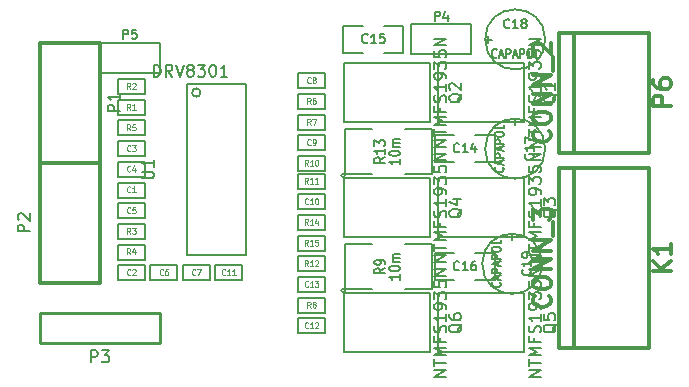
<source format=gto>
G04 (created by PCBNEW (2013-07-07 BZR 4022)-stable) date 15/08/2017 00:06:55*
%MOIN*%
G04 Gerber Fmt 3.4, Leading zero omitted, Abs format*
%FSLAX34Y34*%
G01*
G70*
G90*
G04 APERTURE LIST*
%ADD10C,0.00590551*%
%ADD11C,0.005*%
%ADD12C,0.012*%
%ADD13C,0.01*%
%ADD14C,0.006*%
%ADD15C,0.008*%
%ADD16C,0.0075*%
%ADD17C,0.0045*%
G04 APERTURE END LIST*
G54D10*
X30355Y-11417D02*
G75*
G03X30355Y-11417I-139J0D01*
G74*
G01*
X31889Y-16830D02*
X31889Y-11122D01*
X31889Y-11122D02*
X29921Y-11122D01*
X29921Y-11122D02*
X29921Y-16830D01*
X29921Y-16830D02*
X31889Y-16830D01*
X35236Y-16240D02*
X35137Y-16240D01*
X35137Y-16240D02*
X35137Y-14271D01*
X35137Y-14271D02*
X35236Y-14271D01*
X35236Y-14271D02*
X37992Y-14271D01*
X37992Y-14271D02*
X37992Y-16240D01*
X37992Y-16240D02*
X35236Y-16240D01*
X38385Y-16240D02*
X38287Y-16240D01*
X38287Y-16240D02*
X38287Y-14271D01*
X38287Y-14271D02*
X38385Y-14271D01*
X38385Y-14271D02*
X41141Y-14271D01*
X41141Y-14271D02*
X41141Y-16240D01*
X41141Y-16240D02*
X38385Y-16240D01*
X38385Y-20078D02*
X38287Y-20078D01*
X38287Y-20078D02*
X38287Y-18110D01*
X38287Y-18110D02*
X38385Y-18110D01*
X38385Y-18110D02*
X41141Y-18110D01*
X41141Y-18110D02*
X41141Y-20078D01*
X41141Y-20078D02*
X38385Y-20078D01*
X35236Y-20078D02*
X35137Y-20078D01*
X35137Y-20078D02*
X35137Y-18110D01*
X35137Y-18110D02*
X35236Y-18110D01*
X35236Y-18110D02*
X37992Y-18110D01*
X37992Y-18110D02*
X37992Y-20078D01*
X37992Y-20078D02*
X35236Y-20078D01*
X35236Y-12401D02*
X35137Y-12401D01*
X35137Y-12401D02*
X35137Y-10433D01*
X35137Y-10433D02*
X35236Y-10433D01*
X35236Y-10433D02*
X37992Y-10433D01*
X37992Y-10433D02*
X37992Y-12401D01*
X37992Y-12401D02*
X35236Y-12401D01*
X38385Y-12401D02*
X38287Y-12401D01*
X38287Y-12401D02*
X38287Y-10433D01*
X38287Y-10433D02*
X38385Y-10433D01*
X38385Y-10433D02*
X41141Y-10433D01*
X41141Y-10433D02*
X41141Y-12401D01*
X41141Y-12401D02*
X38385Y-12401D01*
G54D11*
X35184Y-14185D02*
G75*
G03X35184Y-14185I-70J0D01*
G74*
G01*
X37164Y-14135D02*
X38064Y-14135D01*
X38064Y-14135D02*
X38064Y-12635D01*
X38064Y-12635D02*
X37164Y-12635D01*
X36064Y-12635D02*
X35164Y-12635D01*
X35164Y-12635D02*
X35164Y-14135D01*
X35164Y-14135D02*
X36064Y-14135D01*
X35184Y-18024D02*
G75*
G03X35184Y-18024I-70J0D01*
G74*
G01*
X37164Y-17974D02*
X38064Y-17974D01*
X38064Y-17974D02*
X38064Y-16474D01*
X38064Y-16474D02*
X37164Y-16474D01*
X36064Y-16474D02*
X35164Y-16474D01*
X35164Y-16474D02*
X35164Y-17974D01*
X35164Y-17974D02*
X36064Y-17974D01*
X40173Y-17674D02*
X40173Y-16774D01*
X40173Y-16774D02*
X39523Y-16774D01*
X38823Y-17674D02*
X38173Y-17674D01*
X38173Y-17674D02*
X38173Y-16774D01*
X38173Y-16774D02*
X38823Y-16774D01*
X39523Y-17674D02*
X40173Y-17674D01*
X37122Y-10095D02*
X37122Y-9195D01*
X37122Y-9195D02*
X36472Y-9195D01*
X35772Y-10095D02*
X35122Y-10095D01*
X35122Y-10095D02*
X35122Y-9195D01*
X35122Y-9195D02*
X35772Y-9195D01*
X36472Y-10095D02*
X37122Y-10095D01*
X40173Y-13737D02*
X40173Y-12837D01*
X40173Y-12837D02*
X39523Y-12837D01*
X38823Y-13737D02*
X38173Y-13737D01*
X38173Y-13737D02*
X38173Y-12837D01*
X38173Y-12837D02*
X38823Y-12837D01*
X39523Y-13737D02*
X40173Y-13737D01*
G54D12*
X27000Y-9750D02*
X27000Y-13750D01*
X27000Y-13750D02*
X25000Y-13750D01*
X25000Y-13750D02*
X25000Y-9750D01*
X25000Y-9750D02*
X27000Y-9750D01*
X25000Y-17750D02*
X25000Y-13750D01*
X25000Y-13750D02*
X27000Y-13750D01*
X27000Y-13750D02*
X27000Y-17750D01*
X27000Y-17750D02*
X25000Y-17750D01*
G54D13*
X25000Y-18750D02*
X29000Y-18750D01*
X25000Y-19750D02*
X29000Y-19750D01*
X29000Y-19750D02*
X29000Y-18750D01*
X25000Y-18750D02*
X25000Y-19750D01*
G54D14*
X27000Y-10750D02*
X27000Y-9750D01*
X27000Y-9750D02*
X29000Y-9750D01*
X29000Y-9750D02*
X29000Y-10750D01*
X29000Y-10750D02*
X27000Y-10750D01*
X37385Y-10145D02*
X37385Y-9145D01*
X37385Y-9145D02*
X39385Y-9145D01*
X39385Y-9145D02*
X39385Y-10145D01*
X39385Y-10145D02*
X37385Y-10145D01*
G54D11*
X41847Y-13287D02*
G75*
G03X41847Y-13287I-1001J0D01*
G74*
G01*
X41847Y-9645D02*
G75*
G03X41847Y-9645I-1001J0D01*
G74*
G01*
X41749Y-17125D02*
G75*
G03X41749Y-17125I-1001J0D01*
G74*
G01*
G54D12*
X42299Y-13929D02*
X45299Y-13929D01*
X42299Y-19929D02*
X45299Y-19929D01*
X42799Y-13929D02*
X42799Y-19929D01*
X45299Y-13929D02*
X45299Y-19929D01*
X42299Y-13929D02*
X42299Y-19929D01*
X42799Y-13417D02*
X42799Y-9417D01*
X42299Y-13417D02*
X45299Y-13417D01*
X45299Y-13417D02*
X45299Y-9417D01*
X45299Y-9417D02*
X42299Y-9417D01*
X42299Y-9417D02*
X42299Y-13417D01*
G54D11*
X27601Y-17171D02*
X28501Y-17171D01*
X28501Y-17171D02*
X28501Y-17671D01*
X28501Y-17671D02*
X27601Y-17671D01*
X27601Y-17671D02*
X27601Y-17171D01*
X27601Y-13037D02*
X28501Y-13037D01*
X28501Y-13037D02*
X28501Y-13537D01*
X28501Y-13537D02*
X27601Y-13537D01*
X27601Y-13537D02*
X27601Y-13037D01*
X28501Y-14226D02*
X27601Y-14226D01*
X27601Y-14226D02*
X27601Y-13726D01*
X27601Y-13726D02*
X28501Y-13726D01*
X28501Y-13726D02*
X28501Y-14226D01*
X33605Y-14809D02*
X34505Y-14809D01*
X34505Y-14809D02*
X34505Y-15309D01*
X34505Y-15309D02*
X33605Y-15309D01*
X33605Y-15309D02*
X33605Y-14809D01*
X33605Y-12840D02*
X34505Y-12840D01*
X34505Y-12840D02*
X34505Y-13340D01*
X34505Y-13340D02*
X33605Y-13340D01*
X33605Y-13340D02*
X33605Y-12840D01*
X34505Y-18064D02*
X33605Y-18064D01*
X33605Y-18064D02*
X33605Y-17564D01*
X33605Y-17564D02*
X34505Y-17564D01*
X34505Y-17564D02*
X34505Y-18064D01*
X33605Y-18942D02*
X34505Y-18942D01*
X34505Y-18942D02*
X34505Y-19442D01*
X34505Y-19442D02*
X33605Y-19442D01*
X33605Y-19442D02*
X33605Y-18942D01*
X27601Y-15104D02*
X28501Y-15104D01*
X28501Y-15104D02*
X28501Y-15604D01*
X28501Y-15604D02*
X27601Y-15604D01*
X27601Y-15604D02*
X27601Y-15104D01*
X33605Y-10773D02*
X34505Y-10773D01*
X34505Y-10773D02*
X34505Y-11273D01*
X34505Y-11273D02*
X33605Y-11273D01*
X33605Y-11273D02*
X33605Y-10773D01*
X28501Y-14915D02*
X27601Y-14915D01*
X27601Y-14915D02*
X27601Y-14415D01*
X27601Y-14415D02*
X28501Y-14415D01*
X28501Y-14415D02*
X28501Y-14915D01*
X31749Y-17671D02*
X30849Y-17671D01*
X30849Y-17671D02*
X30849Y-17171D01*
X30849Y-17171D02*
X31749Y-17171D01*
X31749Y-17171D02*
X31749Y-17671D01*
X29766Y-17171D02*
X30666Y-17171D01*
X30666Y-17171D02*
X30666Y-17671D01*
X30666Y-17671D02*
X29766Y-17671D01*
X29766Y-17671D02*
X29766Y-17171D01*
X28683Y-17171D02*
X29583Y-17171D01*
X29583Y-17171D02*
X29583Y-17671D01*
X29583Y-17671D02*
X28683Y-17671D01*
X28683Y-17671D02*
X28683Y-17171D01*
X27601Y-10970D02*
X28501Y-10970D01*
X28501Y-10970D02*
X28501Y-11470D01*
X28501Y-11470D02*
X27601Y-11470D01*
X27601Y-11470D02*
X27601Y-10970D01*
X33605Y-14120D02*
X34505Y-14120D01*
X34505Y-14120D02*
X34505Y-14620D01*
X34505Y-14620D02*
X33605Y-14620D01*
X33605Y-14620D02*
X33605Y-14120D01*
X33605Y-15498D02*
X34505Y-15498D01*
X34505Y-15498D02*
X34505Y-15998D01*
X34505Y-15998D02*
X33605Y-15998D01*
X33605Y-15998D02*
X33605Y-15498D01*
X33605Y-16187D02*
X34505Y-16187D01*
X34505Y-16187D02*
X34505Y-16687D01*
X34505Y-16687D02*
X33605Y-16687D01*
X33605Y-16687D02*
X33605Y-16187D01*
X33605Y-16875D02*
X34505Y-16875D01*
X34505Y-16875D02*
X34505Y-17375D01*
X34505Y-17375D02*
X33605Y-17375D01*
X33605Y-17375D02*
X33605Y-16875D01*
X33605Y-12151D02*
X34505Y-12151D01*
X34505Y-12151D02*
X34505Y-12651D01*
X34505Y-12651D02*
X33605Y-12651D01*
X33605Y-12651D02*
X33605Y-12151D01*
X33605Y-11462D02*
X34505Y-11462D01*
X34505Y-11462D02*
X34505Y-11962D01*
X34505Y-11962D02*
X33605Y-11962D01*
X33605Y-11962D02*
X33605Y-11462D01*
X33605Y-18253D02*
X34505Y-18253D01*
X34505Y-18253D02*
X34505Y-18753D01*
X34505Y-18753D02*
X33605Y-18753D01*
X33605Y-18753D02*
X33605Y-18253D01*
X28501Y-16982D02*
X27601Y-16982D01*
X27601Y-16982D02*
X27601Y-16482D01*
X27601Y-16482D02*
X28501Y-16482D01*
X28501Y-16482D02*
X28501Y-16982D01*
X27601Y-11659D02*
X28501Y-11659D01*
X28501Y-11659D02*
X28501Y-12159D01*
X28501Y-12159D02*
X27601Y-12159D01*
X27601Y-12159D02*
X27601Y-11659D01*
X33605Y-13529D02*
X34505Y-13529D01*
X34505Y-13529D02*
X34505Y-14029D01*
X34505Y-14029D02*
X33605Y-14029D01*
X33605Y-14029D02*
X33605Y-13529D01*
X27601Y-12348D02*
X28501Y-12348D01*
X28501Y-12348D02*
X28501Y-12848D01*
X28501Y-12848D02*
X27601Y-12848D01*
X27601Y-12848D02*
X27601Y-12348D01*
X27601Y-15793D02*
X28501Y-15793D01*
X28501Y-15793D02*
X28501Y-16293D01*
X28501Y-16293D02*
X27601Y-16293D01*
X27601Y-16293D02*
X27601Y-15793D01*
G54D10*
X28407Y-14276D02*
X28726Y-14276D01*
X28763Y-14257D01*
X28782Y-14238D01*
X28801Y-14201D01*
X28801Y-14126D01*
X28782Y-14088D01*
X28763Y-14070D01*
X28726Y-14051D01*
X28407Y-14051D01*
X28801Y-13657D02*
X28801Y-13882D01*
X28801Y-13770D02*
X28407Y-13770D01*
X28463Y-13807D01*
X28501Y-13845D01*
X28519Y-13882D01*
X28801Y-10887D02*
X28801Y-10494D01*
X28894Y-10494D01*
X28951Y-10512D01*
X28988Y-10550D01*
X29007Y-10587D01*
X29026Y-10662D01*
X29026Y-10718D01*
X29007Y-10793D01*
X28988Y-10831D01*
X28951Y-10868D01*
X28894Y-10887D01*
X28801Y-10887D01*
X29419Y-10887D02*
X29288Y-10700D01*
X29194Y-10887D02*
X29194Y-10494D01*
X29344Y-10494D01*
X29382Y-10512D01*
X29401Y-10531D01*
X29419Y-10568D01*
X29419Y-10625D01*
X29401Y-10662D01*
X29382Y-10681D01*
X29344Y-10700D01*
X29194Y-10700D01*
X29532Y-10494D02*
X29663Y-10887D01*
X29794Y-10494D01*
X29982Y-10662D02*
X29944Y-10643D01*
X29925Y-10625D01*
X29907Y-10587D01*
X29907Y-10568D01*
X29925Y-10531D01*
X29944Y-10512D01*
X29982Y-10494D01*
X30057Y-10494D01*
X30094Y-10512D01*
X30113Y-10531D01*
X30132Y-10568D01*
X30132Y-10587D01*
X30113Y-10625D01*
X30094Y-10643D01*
X30057Y-10662D01*
X29982Y-10662D01*
X29944Y-10681D01*
X29925Y-10700D01*
X29907Y-10737D01*
X29907Y-10812D01*
X29925Y-10850D01*
X29944Y-10868D01*
X29982Y-10887D01*
X30057Y-10887D01*
X30094Y-10868D01*
X30113Y-10850D01*
X30132Y-10812D01*
X30132Y-10737D01*
X30113Y-10700D01*
X30094Y-10681D01*
X30057Y-10662D01*
X30263Y-10494D02*
X30507Y-10494D01*
X30375Y-10643D01*
X30432Y-10643D01*
X30469Y-10662D01*
X30488Y-10681D01*
X30507Y-10718D01*
X30507Y-10812D01*
X30488Y-10850D01*
X30469Y-10868D01*
X30432Y-10887D01*
X30319Y-10887D01*
X30282Y-10868D01*
X30263Y-10850D01*
X30750Y-10494D02*
X30788Y-10494D01*
X30825Y-10512D01*
X30844Y-10531D01*
X30863Y-10568D01*
X30882Y-10643D01*
X30882Y-10737D01*
X30863Y-10812D01*
X30844Y-10850D01*
X30825Y-10868D01*
X30788Y-10887D01*
X30750Y-10887D01*
X30713Y-10868D01*
X30694Y-10850D01*
X30675Y-10812D01*
X30657Y-10737D01*
X30657Y-10643D01*
X30675Y-10568D01*
X30694Y-10531D01*
X30713Y-10512D01*
X30750Y-10494D01*
X31257Y-10887D02*
X31032Y-10887D01*
X31144Y-10887D02*
X31144Y-10494D01*
X31107Y-10550D01*
X31069Y-10587D01*
X31032Y-10606D01*
X39074Y-15293D02*
X39056Y-15330D01*
X39018Y-15368D01*
X38962Y-15424D01*
X38943Y-15462D01*
X38943Y-15499D01*
X39037Y-15480D02*
X39018Y-15518D01*
X38981Y-15555D01*
X38906Y-15574D01*
X38774Y-15574D01*
X38699Y-15555D01*
X38662Y-15518D01*
X38643Y-15480D01*
X38643Y-15405D01*
X38662Y-15368D01*
X38699Y-15330D01*
X38774Y-15312D01*
X38906Y-15312D01*
X38981Y-15330D01*
X39018Y-15368D01*
X39037Y-15405D01*
X39037Y-15480D01*
X38774Y-14974D02*
X39037Y-14974D01*
X38624Y-15068D02*
X38906Y-15162D01*
X38906Y-14918D01*
X38545Y-17055D02*
X38151Y-17055D01*
X38545Y-16830D01*
X38151Y-16830D01*
X38151Y-16699D02*
X38151Y-16474D01*
X38545Y-16586D02*
X38151Y-16586D01*
X38545Y-16343D02*
X38151Y-16343D01*
X38432Y-16212D01*
X38151Y-16080D01*
X38545Y-16080D01*
X38338Y-15762D02*
X38338Y-15893D01*
X38545Y-15893D02*
X38151Y-15893D01*
X38151Y-15705D01*
X38526Y-15574D02*
X38545Y-15518D01*
X38545Y-15424D01*
X38526Y-15387D01*
X38507Y-15368D01*
X38470Y-15349D01*
X38432Y-15349D01*
X38395Y-15368D01*
X38376Y-15387D01*
X38357Y-15424D01*
X38338Y-15499D01*
X38320Y-15537D01*
X38301Y-15555D01*
X38263Y-15574D01*
X38226Y-15574D01*
X38188Y-15555D01*
X38170Y-15537D01*
X38151Y-15499D01*
X38151Y-15405D01*
X38170Y-15349D01*
X38545Y-14974D02*
X38545Y-15199D01*
X38545Y-15087D02*
X38151Y-15087D01*
X38207Y-15124D01*
X38245Y-15162D01*
X38263Y-15199D01*
X38545Y-14787D02*
X38545Y-14712D01*
X38526Y-14674D01*
X38507Y-14655D01*
X38451Y-14618D01*
X38376Y-14599D01*
X38226Y-14599D01*
X38188Y-14618D01*
X38170Y-14637D01*
X38151Y-14674D01*
X38151Y-14749D01*
X38170Y-14787D01*
X38188Y-14805D01*
X38226Y-14824D01*
X38320Y-14824D01*
X38357Y-14805D01*
X38376Y-14787D01*
X38395Y-14749D01*
X38395Y-14674D01*
X38376Y-14637D01*
X38357Y-14618D01*
X38320Y-14599D01*
X38151Y-14468D02*
X38151Y-14224D01*
X38301Y-14356D01*
X38301Y-14299D01*
X38320Y-14262D01*
X38338Y-14243D01*
X38376Y-14224D01*
X38470Y-14224D01*
X38507Y-14243D01*
X38526Y-14262D01*
X38545Y-14299D01*
X38545Y-14412D01*
X38526Y-14449D01*
X38507Y-14468D01*
X38151Y-13868D02*
X38151Y-14056D01*
X38338Y-14074D01*
X38320Y-14056D01*
X38301Y-14018D01*
X38301Y-13924D01*
X38320Y-13887D01*
X38338Y-13868D01*
X38376Y-13849D01*
X38470Y-13849D01*
X38507Y-13868D01*
X38526Y-13887D01*
X38545Y-13924D01*
X38545Y-14018D01*
X38526Y-14056D01*
X38507Y-14074D01*
X38545Y-13681D02*
X38151Y-13681D01*
X38545Y-13456D01*
X38151Y-13456D01*
X42224Y-15293D02*
X42205Y-15330D01*
X42168Y-15368D01*
X42111Y-15424D01*
X42093Y-15462D01*
X42093Y-15499D01*
X42186Y-15480D02*
X42168Y-15518D01*
X42130Y-15555D01*
X42055Y-15574D01*
X41924Y-15574D01*
X41849Y-15555D01*
X41811Y-15518D01*
X41793Y-15480D01*
X41793Y-15405D01*
X41811Y-15368D01*
X41849Y-15330D01*
X41924Y-15312D01*
X42055Y-15312D01*
X42130Y-15330D01*
X42168Y-15368D01*
X42186Y-15405D01*
X42186Y-15480D01*
X41793Y-15180D02*
X41793Y-14937D01*
X41943Y-15068D01*
X41943Y-15012D01*
X41961Y-14974D01*
X41980Y-14955D01*
X42018Y-14937D01*
X42111Y-14937D01*
X42149Y-14955D01*
X42168Y-14974D01*
X42186Y-15012D01*
X42186Y-15124D01*
X42168Y-15162D01*
X42149Y-15180D01*
X41694Y-17055D02*
X41301Y-17055D01*
X41694Y-16830D01*
X41301Y-16830D01*
X41301Y-16699D02*
X41301Y-16474D01*
X41694Y-16586D02*
X41301Y-16586D01*
X41694Y-16343D02*
X41301Y-16343D01*
X41582Y-16212D01*
X41301Y-16080D01*
X41694Y-16080D01*
X41488Y-15762D02*
X41488Y-15893D01*
X41694Y-15893D02*
X41301Y-15893D01*
X41301Y-15705D01*
X41676Y-15574D02*
X41694Y-15518D01*
X41694Y-15424D01*
X41676Y-15387D01*
X41657Y-15368D01*
X41619Y-15349D01*
X41582Y-15349D01*
X41544Y-15368D01*
X41526Y-15387D01*
X41507Y-15424D01*
X41488Y-15499D01*
X41469Y-15537D01*
X41451Y-15555D01*
X41413Y-15574D01*
X41376Y-15574D01*
X41338Y-15555D01*
X41319Y-15537D01*
X41301Y-15499D01*
X41301Y-15405D01*
X41319Y-15349D01*
X41694Y-14974D02*
X41694Y-15199D01*
X41694Y-15087D02*
X41301Y-15087D01*
X41357Y-15124D01*
X41394Y-15162D01*
X41413Y-15199D01*
X41694Y-14787D02*
X41694Y-14712D01*
X41676Y-14674D01*
X41657Y-14655D01*
X41601Y-14618D01*
X41526Y-14599D01*
X41376Y-14599D01*
X41338Y-14618D01*
X41319Y-14637D01*
X41301Y-14674D01*
X41301Y-14749D01*
X41319Y-14787D01*
X41338Y-14805D01*
X41376Y-14824D01*
X41469Y-14824D01*
X41507Y-14805D01*
X41526Y-14787D01*
X41544Y-14749D01*
X41544Y-14674D01*
X41526Y-14637D01*
X41507Y-14618D01*
X41469Y-14599D01*
X41301Y-14468D02*
X41301Y-14224D01*
X41451Y-14356D01*
X41451Y-14299D01*
X41469Y-14262D01*
X41488Y-14243D01*
X41526Y-14224D01*
X41619Y-14224D01*
X41657Y-14243D01*
X41676Y-14262D01*
X41694Y-14299D01*
X41694Y-14412D01*
X41676Y-14449D01*
X41657Y-14468D01*
X41301Y-13868D02*
X41301Y-14056D01*
X41488Y-14074D01*
X41469Y-14056D01*
X41451Y-14018D01*
X41451Y-13924D01*
X41469Y-13887D01*
X41488Y-13868D01*
X41526Y-13849D01*
X41619Y-13849D01*
X41657Y-13868D01*
X41676Y-13887D01*
X41694Y-13924D01*
X41694Y-14018D01*
X41676Y-14056D01*
X41657Y-14074D01*
X41694Y-13681D02*
X41301Y-13681D01*
X41694Y-13456D01*
X41301Y-13456D01*
X42224Y-19131D02*
X42205Y-19169D01*
X42168Y-19206D01*
X42111Y-19263D01*
X42093Y-19300D01*
X42093Y-19338D01*
X42186Y-19319D02*
X42168Y-19356D01*
X42130Y-19394D01*
X42055Y-19413D01*
X41924Y-19413D01*
X41849Y-19394D01*
X41811Y-19356D01*
X41793Y-19319D01*
X41793Y-19244D01*
X41811Y-19206D01*
X41849Y-19169D01*
X41924Y-19150D01*
X42055Y-19150D01*
X42130Y-19169D01*
X42168Y-19206D01*
X42186Y-19244D01*
X42186Y-19319D01*
X41793Y-18794D02*
X41793Y-18982D01*
X41980Y-19000D01*
X41961Y-18982D01*
X41943Y-18944D01*
X41943Y-18850D01*
X41961Y-18813D01*
X41980Y-18794D01*
X42018Y-18775D01*
X42111Y-18775D01*
X42149Y-18794D01*
X42168Y-18813D01*
X42186Y-18850D01*
X42186Y-18944D01*
X42168Y-18982D01*
X42149Y-19000D01*
X41694Y-20894D02*
X41301Y-20894D01*
X41694Y-20669D01*
X41301Y-20669D01*
X41301Y-20538D02*
X41301Y-20313D01*
X41694Y-20425D02*
X41301Y-20425D01*
X41694Y-20181D02*
X41301Y-20181D01*
X41582Y-20050D01*
X41301Y-19919D01*
X41694Y-19919D01*
X41488Y-19600D02*
X41488Y-19731D01*
X41694Y-19731D02*
X41301Y-19731D01*
X41301Y-19544D01*
X41676Y-19413D02*
X41694Y-19356D01*
X41694Y-19263D01*
X41676Y-19225D01*
X41657Y-19206D01*
X41619Y-19188D01*
X41582Y-19188D01*
X41544Y-19206D01*
X41526Y-19225D01*
X41507Y-19263D01*
X41488Y-19338D01*
X41469Y-19375D01*
X41451Y-19394D01*
X41413Y-19413D01*
X41376Y-19413D01*
X41338Y-19394D01*
X41319Y-19375D01*
X41301Y-19338D01*
X41301Y-19244D01*
X41319Y-19188D01*
X41694Y-18813D02*
X41694Y-19038D01*
X41694Y-18925D02*
X41301Y-18925D01*
X41357Y-18963D01*
X41394Y-19000D01*
X41413Y-19038D01*
X41694Y-18625D02*
X41694Y-18550D01*
X41676Y-18513D01*
X41657Y-18494D01*
X41601Y-18457D01*
X41526Y-18438D01*
X41376Y-18438D01*
X41338Y-18457D01*
X41319Y-18475D01*
X41301Y-18513D01*
X41301Y-18588D01*
X41319Y-18625D01*
X41338Y-18644D01*
X41376Y-18663D01*
X41469Y-18663D01*
X41507Y-18644D01*
X41526Y-18625D01*
X41544Y-18588D01*
X41544Y-18513D01*
X41526Y-18475D01*
X41507Y-18457D01*
X41469Y-18438D01*
X41301Y-18307D02*
X41301Y-18063D01*
X41451Y-18194D01*
X41451Y-18138D01*
X41469Y-18100D01*
X41488Y-18082D01*
X41526Y-18063D01*
X41619Y-18063D01*
X41657Y-18082D01*
X41676Y-18100D01*
X41694Y-18138D01*
X41694Y-18250D01*
X41676Y-18288D01*
X41657Y-18307D01*
X41301Y-17707D02*
X41301Y-17894D01*
X41488Y-17913D01*
X41469Y-17894D01*
X41451Y-17857D01*
X41451Y-17763D01*
X41469Y-17725D01*
X41488Y-17707D01*
X41526Y-17688D01*
X41619Y-17688D01*
X41657Y-17707D01*
X41676Y-17725D01*
X41694Y-17763D01*
X41694Y-17857D01*
X41676Y-17894D01*
X41657Y-17913D01*
X41694Y-17519D02*
X41301Y-17519D01*
X41694Y-17294D01*
X41301Y-17294D01*
X39074Y-19131D02*
X39056Y-19169D01*
X39018Y-19206D01*
X38962Y-19263D01*
X38943Y-19300D01*
X38943Y-19338D01*
X39037Y-19319D02*
X39018Y-19356D01*
X38981Y-19394D01*
X38906Y-19413D01*
X38774Y-19413D01*
X38699Y-19394D01*
X38662Y-19356D01*
X38643Y-19319D01*
X38643Y-19244D01*
X38662Y-19206D01*
X38699Y-19169D01*
X38774Y-19150D01*
X38906Y-19150D01*
X38981Y-19169D01*
X39018Y-19206D01*
X39037Y-19244D01*
X39037Y-19319D01*
X38643Y-18813D02*
X38643Y-18888D01*
X38662Y-18925D01*
X38681Y-18944D01*
X38737Y-18982D01*
X38812Y-19000D01*
X38962Y-19000D01*
X38999Y-18982D01*
X39018Y-18963D01*
X39037Y-18925D01*
X39037Y-18850D01*
X39018Y-18813D01*
X38999Y-18794D01*
X38962Y-18775D01*
X38868Y-18775D01*
X38831Y-18794D01*
X38812Y-18813D01*
X38793Y-18850D01*
X38793Y-18925D01*
X38812Y-18963D01*
X38831Y-18982D01*
X38868Y-19000D01*
X38545Y-20894D02*
X38151Y-20894D01*
X38545Y-20669D01*
X38151Y-20669D01*
X38151Y-20538D02*
X38151Y-20313D01*
X38545Y-20425D02*
X38151Y-20425D01*
X38545Y-20181D02*
X38151Y-20181D01*
X38432Y-20050D01*
X38151Y-19919D01*
X38545Y-19919D01*
X38338Y-19600D02*
X38338Y-19731D01*
X38545Y-19731D02*
X38151Y-19731D01*
X38151Y-19544D01*
X38526Y-19413D02*
X38545Y-19356D01*
X38545Y-19263D01*
X38526Y-19225D01*
X38507Y-19206D01*
X38470Y-19188D01*
X38432Y-19188D01*
X38395Y-19206D01*
X38376Y-19225D01*
X38357Y-19263D01*
X38338Y-19338D01*
X38320Y-19375D01*
X38301Y-19394D01*
X38263Y-19413D01*
X38226Y-19413D01*
X38188Y-19394D01*
X38170Y-19375D01*
X38151Y-19338D01*
X38151Y-19244D01*
X38170Y-19188D01*
X38545Y-18813D02*
X38545Y-19038D01*
X38545Y-18925D02*
X38151Y-18925D01*
X38207Y-18963D01*
X38245Y-19000D01*
X38263Y-19038D01*
X38545Y-18625D02*
X38545Y-18550D01*
X38526Y-18513D01*
X38507Y-18494D01*
X38451Y-18457D01*
X38376Y-18438D01*
X38226Y-18438D01*
X38188Y-18457D01*
X38170Y-18475D01*
X38151Y-18513D01*
X38151Y-18588D01*
X38170Y-18625D01*
X38188Y-18644D01*
X38226Y-18663D01*
X38320Y-18663D01*
X38357Y-18644D01*
X38376Y-18625D01*
X38395Y-18588D01*
X38395Y-18513D01*
X38376Y-18475D01*
X38357Y-18457D01*
X38320Y-18438D01*
X38151Y-18307D02*
X38151Y-18063D01*
X38301Y-18194D01*
X38301Y-18138D01*
X38320Y-18100D01*
X38338Y-18082D01*
X38376Y-18063D01*
X38470Y-18063D01*
X38507Y-18082D01*
X38526Y-18100D01*
X38545Y-18138D01*
X38545Y-18250D01*
X38526Y-18288D01*
X38507Y-18307D01*
X38151Y-17707D02*
X38151Y-17894D01*
X38338Y-17913D01*
X38320Y-17894D01*
X38301Y-17857D01*
X38301Y-17763D01*
X38320Y-17725D01*
X38338Y-17707D01*
X38376Y-17688D01*
X38470Y-17688D01*
X38507Y-17707D01*
X38526Y-17725D01*
X38545Y-17763D01*
X38545Y-17857D01*
X38526Y-17894D01*
X38507Y-17913D01*
X38545Y-17519D02*
X38151Y-17519D01*
X38545Y-17294D01*
X38151Y-17294D01*
X39074Y-11454D02*
X39056Y-11492D01*
X39018Y-11529D01*
X38962Y-11586D01*
X38943Y-11623D01*
X38943Y-11661D01*
X39037Y-11642D02*
X39018Y-11679D01*
X38981Y-11717D01*
X38906Y-11736D01*
X38774Y-11736D01*
X38699Y-11717D01*
X38662Y-11679D01*
X38643Y-11642D01*
X38643Y-11567D01*
X38662Y-11529D01*
X38699Y-11492D01*
X38774Y-11473D01*
X38906Y-11473D01*
X38981Y-11492D01*
X39018Y-11529D01*
X39037Y-11567D01*
X39037Y-11642D01*
X38681Y-11323D02*
X38662Y-11304D01*
X38643Y-11267D01*
X38643Y-11173D01*
X38662Y-11136D01*
X38681Y-11117D01*
X38718Y-11098D01*
X38756Y-11098D01*
X38812Y-11117D01*
X39037Y-11342D01*
X39037Y-11098D01*
X38545Y-13217D02*
X38151Y-13217D01*
X38545Y-12992D01*
X38151Y-12992D01*
X38151Y-12860D02*
X38151Y-12635D01*
X38545Y-12748D02*
X38151Y-12748D01*
X38545Y-12504D02*
X38151Y-12504D01*
X38432Y-12373D01*
X38151Y-12242D01*
X38545Y-12242D01*
X38338Y-11923D02*
X38338Y-12054D01*
X38545Y-12054D02*
X38151Y-12054D01*
X38151Y-11867D01*
X38526Y-11736D02*
X38545Y-11679D01*
X38545Y-11586D01*
X38526Y-11548D01*
X38507Y-11529D01*
X38470Y-11511D01*
X38432Y-11511D01*
X38395Y-11529D01*
X38376Y-11548D01*
X38357Y-11586D01*
X38338Y-11661D01*
X38320Y-11698D01*
X38301Y-11717D01*
X38263Y-11736D01*
X38226Y-11736D01*
X38188Y-11717D01*
X38170Y-11698D01*
X38151Y-11661D01*
X38151Y-11567D01*
X38170Y-11511D01*
X38545Y-11136D02*
X38545Y-11361D01*
X38545Y-11248D02*
X38151Y-11248D01*
X38207Y-11286D01*
X38245Y-11323D01*
X38263Y-11361D01*
X38545Y-10948D02*
X38545Y-10873D01*
X38526Y-10836D01*
X38507Y-10817D01*
X38451Y-10779D01*
X38376Y-10761D01*
X38226Y-10761D01*
X38188Y-10779D01*
X38170Y-10798D01*
X38151Y-10836D01*
X38151Y-10911D01*
X38170Y-10948D01*
X38188Y-10967D01*
X38226Y-10986D01*
X38320Y-10986D01*
X38357Y-10967D01*
X38376Y-10948D01*
X38395Y-10911D01*
X38395Y-10836D01*
X38376Y-10798D01*
X38357Y-10779D01*
X38320Y-10761D01*
X38151Y-10629D02*
X38151Y-10386D01*
X38301Y-10517D01*
X38301Y-10461D01*
X38320Y-10423D01*
X38338Y-10404D01*
X38376Y-10386D01*
X38470Y-10386D01*
X38507Y-10404D01*
X38526Y-10423D01*
X38545Y-10461D01*
X38545Y-10573D01*
X38526Y-10611D01*
X38507Y-10629D01*
X38151Y-10029D02*
X38151Y-10217D01*
X38338Y-10236D01*
X38320Y-10217D01*
X38301Y-10179D01*
X38301Y-10086D01*
X38320Y-10048D01*
X38338Y-10029D01*
X38376Y-10011D01*
X38470Y-10011D01*
X38507Y-10029D01*
X38526Y-10048D01*
X38545Y-10086D01*
X38545Y-10179D01*
X38526Y-10217D01*
X38507Y-10236D01*
X38545Y-9842D02*
X38151Y-9842D01*
X38545Y-9617D01*
X38151Y-9617D01*
X42224Y-11454D02*
X42205Y-11492D01*
X42168Y-11529D01*
X42111Y-11586D01*
X42093Y-11623D01*
X42093Y-11661D01*
X42186Y-11642D02*
X42168Y-11679D01*
X42130Y-11717D01*
X42055Y-11736D01*
X41924Y-11736D01*
X41849Y-11717D01*
X41811Y-11679D01*
X41793Y-11642D01*
X41793Y-11567D01*
X41811Y-11529D01*
X41849Y-11492D01*
X41924Y-11473D01*
X42055Y-11473D01*
X42130Y-11492D01*
X42168Y-11529D01*
X42186Y-11567D01*
X42186Y-11642D01*
X42186Y-11098D02*
X42186Y-11323D01*
X42186Y-11211D02*
X41793Y-11211D01*
X41849Y-11248D01*
X41886Y-11286D01*
X41905Y-11323D01*
X41694Y-13217D02*
X41301Y-13217D01*
X41694Y-12992D01*
X41301Y-12992D01*
X41301Y-12860D02*
X41301Y-12635D01*
X41694Y-12748D02*
X41301Y-12748D01*
X41694Y-12504D02*
X41301Y-12504D01*
X41582Y-12373D01*
X41301Y-12242D01*
X41694Y-12242D01*
X41488Y-11923D02*
X41488Y-12054D01*
X41694Y-12054D02*
X41301Y-12054D01*
X41301Y-11867D01*
X41676Y-11736D02*
X41694Y-11679D01*
X41694Y-11586D01*
X41676Y-11548D01*
X41657Y-11529D01*
X41619Y-11511D01*
X41582Y-11511D01*
X41544Y-11529D01*
X41526Y-11548D01*
X41507Y-11586D01*
X41488Y-11661D01*
X41469Y-11698D01*
X41451Y-11717D01*
X41413Y-11736D01*
X41376Y-11736D01*
X41338Y-11717D01*
X41319Y-11698D01*
X41301Y-11661D01*
X41301Y-11567D01*
X41319Y-11511D01*
X41694Y-11136D02*
X41694Y-11361D01*
X41694Y-11248D02*
X41301Y-11248D01*
X41357Y-11286D01*
X41394Y-11323D01*
X41413Y-11361D01*
X41694Y-10948D02*
X41694Y-10873D01*
X41676Y-10836D01*
X41657Y-10817D01*
X41601Y-10779D01*
X41526Y-10761D01*
X41376Y-10761D01*
X41338Y-10779D01*
X41319Y-10798D01*
X41301Y-10836D01*
X41301Y-10911D01*
X41319Y-10948D01*
X41338Y-10967D01*
X41376Y-10986D01*
X41469Y-10986D01*
X41507Y-10967D01*
X41526Y-10948D01*
X41544Y-10911D01*
X41544Y-10836D01*
X41526Y-10798D01*
X41507Y-10779D01*
X41469Y-10761D01*
X41301Y-10629D02*
X41301Y-10386D01*
X41451Y-10517D01*
X41451Y-10461D01*
X41469Y-10423D01*
X41488Y-10404D01*
X41526Y-10386D01*
X41619Y-10386D01*
X41657Y-10404D01*
X41676Y-10423D01*
X41694Y-10461D01*
X41694Y-10573D01*
X41676Y-10611D01*
X41657Y-10629D01*
X41301Y-10029D02*
X41301Y-10217D01*
X41488Y-10236D01*
X41469Y-10217D01*
X41451Y-10179D01*
X41451Y-10086D01*
X41469Y-10048D01*
X41488Y-10029D01*
X41526Y-10011D01*
X41619Y-10011D01*
X41657Y-10029D01*
X41676Y-10048D01*
X41694Y-10086D01*
X41694Y-10179D01*
X41676Y-10217D01*
X41657Y-10236D01*
X41694Y-9842D02*
X41301Y-9842D01*
X41694Y-9617D01*
X41301Y-9617D01*
G54D11*
X36507Y-13578D02*
X36341Y-13678D01*
X36507Y-13750D02*
X36157Y-13750D01*
X36157Y-13635D01*
X36174Y-13607D01*
X36191Y-13592D01*
X36224Y-13578D01*
X36274Y-13578D01*
X36307Y-13592D01*
X36324Y-13607D01*
X36341Y-13635D01*
X36341Y-13750D01*
X36507Y-13292D02*
X36507Y-13464D01*
X36507Y-13378D02*
X36157Y-13378D01*
X36207Y-13407D01*
X36241Y-13435D01*
X36257Y-13464D01*
X36157Y-13192D02*
X36157Y-13007D01*
X36291Y-13107D01*
X36291Y-13064D01*
X36307Y-13035D01*
X36324Y-13021D01*
X36357Y-13007D01*
X36441Y-13007D01*
X36474Y-13021D01*
X36491Y-13035D01*
X36507Y-13064D01*
X36507Y-13150D01*
X36491Y-13178D01*
X36474Y-13192D01*
X37005Y-13642D02*
X37005Y-13814D01*
X37005Y-13728D02*
X36655Y-13728D01*
X36705Y-13757D01*
X36739Y-13785D01*
X36755Y-13814D01*
X36655Y-13457D02*
X36655Y-13428D01*
X36672Y-13400D01*
X36689Y-13385D01*
X36722Y-13371D01*
X36789Y-13357D01*
X36872Y-13357D01*
X36939Y-13371D01*
X36972Y-13385D01*
X36989Y-13400D01*
X37005Y-13428D01*
X37005Y-13457D01*
X36989Y-13485D01*
X36972Y-13500D01*
X36939Y-13514D01*
X36872Y-13528D01*
X36789Y-13528D01*
X36722Y-13514D01*
X36689Y-13500D01*
X36672Y-13485D01*
X36655Y-13457D01*
X37005Y-13228D02*
X36772Y-13228D01*
X36805Y-13228D02*
X36789Y-13214D01*
X36772Y-13185D01*
X36772Y-13142D01*
X36789Y-13114D01*
X36822Y-13100D01*
X37005Y-13100D01*
X36822Y-13100D02*
X36789Y-13085D01*
X36772Y-13057D01*
X36772Y-13014D01*
X36789Y-12985D01*
X36822Y-12971D01*
X37005Y-12971D01*
X36507Y-17274D02*
X36341Y-17374D01*
X36507Y-17445D02*
X36157Y-17445D01*
X36157Y-17331D01*
X36174Y-17302D01*
X36191Y-17288D01*
X36224Y-17274D01*
X36274Y-17274D01*
X36307Y-17288D01*
X36324Y-17302D01*
X36341Y-17331D01*
X36341Y-17445D01*
X36507Y-17131D02*
X36507Y-17074D01*
X36491Y-17045D01*
X36474Y-17031D01*
X36424Y-17002D01*
X36357Y-16988D01*
X36224Y-16988D01*
X36191Y-17002D01*
X36174Y-17017D01*
X36157Y-17045D01*
X36157Y-17102D01*
X36174Y-17131D01*
X36191Y-17145D01*
X36224Y-17160D01*
X36307Y-17160D01*
X36341Y-17145D01*
X36357Y-17131D01*
X36374Y-17102D01*
X36374Y-17045D01*
X36357Y-17017D01*
X36341Y-17002D01*
X36307Y-16988D01*
X37005Y-17481D02*
X37005Y-17652D01*
X37005Y-17567D02*
X36655Y-17567D01*
X36705Y-17595D01*
X36739Y-17624D01*
X36755Y-17652D01*
X36655Y-17295D02*
X36655Y-17267D01*
X36672Y-17238D01*
X36689Y-17224D01*
X36722Y-17210D01*
X36789Y-17195D01*
X36872Y-17195D01*
X36939Y-17210D01*
X36972Y-17224D01*
X36989Y-17238D01*
X37005Y-17267D01*
X37005Y-17295D01*
X36989Y-17324D01*
X36972Y-17338D01*
X36939Y-17352D01*
X36872Y-17367D01*
X36789Y-17367D01*
X36722Y-17352D01*
X36689Y-17338D01*
X36672Y-17324D01*
X36655Y-17295D01*
X37005Y-17067D02*
X36772Y-17067D01*
X36805Y-17067D02*
X36789Y-17052D01*
X36772Y-17024D01*
X36772Y-16981D01*
X36789Y-16952D01*
X36822Y-16938D01*
X37005Y-16938D01*
X36822Y-16938D02*
X36789Y-16924D01*
X36772Y-16895D01*
X36772Y-16852D01*
X36789Y-16824D01*
X36822Y-16810D01*
X37005Y-16810D01*
X38980Y-17317D02*
X38966Y-17331D01*
X38923Y-17345D01*
X38894Y-17345D01*
X38851Y-17331D01*
X38823Y-17302D01*
X38808Y-17274D01*
X38794Y-17217D01*
X38794Y-17174D01*
X38808Y-17117D01*
X38823Y-17088D01*
X38851Y-17060D01*
X38894Y-17045D01*
X38923Y-17045D01*
X38966Y-17060D01*
X38980Y-17074D01*
X39266Y-17345D02*
X39094Y-17345D01*
X39180Y-17345D02*
X39180Y-17045D01*
X39151Y-17088D01*
X39123Y-17117D01*
X39094Y-17131D01*
X39523Y-17045D02*
X39466Y-17045D01*
X39437Y-17060D01*
X39423Y-17074D01*
X39394Y-17117D01*
X39380Y-17174D01*
X39380Y-17288D01*
X39394Y-17317D01*
X39408Y-17331D01*
X39437Y-17345D01*
X39494Y-17345D01*
X39523Y-17331D01*
X39537Y-17317D01*
X39551Y-17288D01*
X39551Y-17217D01*
X39537Y-17188D01*
X39523Y-17174D01*
X39494Y-17160D01*
X39437Y-17160D01*
X39408Y-17174D01*
X39394Y-17188D01*
X39380Y-17217D01*
X35929Y-9738D02*
X35914Y-9752D01*
X35872Y-9767D01*
X35843Y-9767D01*
X35800Y-9752D01*
X35772Y-9724D01*
X35757Y-9695D01*
X35743Y-9638D01*
X35743Y-9595D01*
X35757Y-9538D01*
X35772Y-9509D01*
X35800Y-9481D01*
X35843Y-9467D01*
X35872Y-9467D01*
X35914Y-9481D01*
X35929Y-9495D01*
X36214Y-9767D02*
X36043Y-9767D01*
X36129Y-9767D02*
X36129Y-9467D01*
X36100Y-9509D01*
X36072Y-9538D01*
X36043Y-9552D01*
X36486Y-9467D02*
X36343Y-9467D01*
X36329Y-9609D01*
X36343Y-9595D01*
X36372Y-9581D01*
X36443Y-9581D01*
X36472Y-9595D01*
X36486Y-9609D01*
X36500Y-9638D01*
X36500Y-9709D01*
X36486Y-9738D01*
X36472Y-9752D01*
X36443Y-9767D01*
X36372Y-9767D01*
X36343Y-9752D01*
X36329Y-9738D01*
X38980Y-13380D02*
X38966Y-13394D01*
X38923Y-13408D01*
X38894Y-13408D01*
X38851Y-13394D01*
X38823Y-13365D01*
X38808Y-13337D01*
X38794Y-13280D01*
X38794Y-13237D01*
X38808Y-13180D01*
X38823Y-13151D01*
X38851Y-13123D01*
X38894Y-13108D01*
X38923Y-13108D01*
X38966Y-13123D01*
X38980Y-13137D01*
X39266Y-13408D02*
X39094Y-13408D01*
X39180Y-13408D02*
X39180Y-13108D01*
X39151Y-13151D01*
X39123Y-13180D01*
X39094Y-13194D01*
X39523Y-13208D02*
X39523Y-13408D01*
X39451Y-13094D02*
X39380Y-13308D01*
X39566Y-13308D01*
G54D15*
X27661Y-12045D02*
X27261Y-12045D01*
X27261Y-11892D01*
X27280Y-11854D01*
X27300Y-11835D01*
X27338Y-11816D01*
X27395Y-11816D01*
X27433Y-11835D01*
X27452Y-11854D01*
X27471Y-11892D01*
X27471Y-12045D01*
X27661Y-11435D02*
X27661Y-11664D01*
X27661Y-11549D02*
X27261Y-11549D01*
X27319Y-11588D01*
X27357Y-11626D01*
X27376Y-11664D01*
X24661Y-16045D02*
X24261Y-16045D01*
X24261Y-15892D01*
X24280Y-15854D01*
X24300Y-15835D01*
X24338Y-15816D01*
X24395Y-15816D01*
X24433Y-15835D01*
X24452Y-15854D01*
X24471Y-15892D01*
X24471Y-16045D01*
X24300Y-15664D02*
X24280Y-15645D01*
X24261Y-15607D01*
X24261Y-15511D01*
X24280Y-15473D01*
X24300Y-15454D01*
X24338Y-15435D01*
X24376Y-15435D01*
X24433Y-15454D01*
X24661Y-15683D01*
X24661Y-15435D01*
X26704Y-20411D02*
X26704Y-20011D01*
X26857Y-20011D01*
X26895Y-20030D01*
X26914Y-20050D01*
X26933Y-20088D01*
X26933Y-20145D01*
X26914Y-20183D01*
X26895Y-20202D01*
X26857Y-20221D01*
X26704Y-20221D01*
X27066Y-20011D02*
X27314Y-20011D01*
X27180Y-20164D01*
X27238Y-20164D01*
X27276Y-20183D01*
X27295Y-20202D01*
X27314Y-20240D01*
X27314Y-20335D01*
X27295Y-20373D01*
X27276Y-20392D01*
X27238Y-20411D01*
X27123Y-20411D01*
X27085Y-20392D01*
X27066Y-20373D01*
G54D14*
X27778Y-9621D02*
X27778Y-9321D01*
X27892Y-9321D01*
X27921Y-9335D01*
X27935Y-9350D01*
X27950Y-9378D01*
X27950Y-9421D01*
X27935Y-9450D01*
X27921Y-9464D01*
X27892Y-9478D01*
X27778Y-9478D01*
X28221Y-9321D02*
X28078Y-9321D01*
X28064Y-9464D01*
X28078Y-9450D01*
X28107Y-9435D01*
X28178Y-9435D01*
X28207Y-9450D01*
X28221Y-9464D01*
X28235Y-9492D01*
X28235Y-9564D01*
X28221Y-9592D01*
X28207Y-9607D01*
X28178Y-9621D01*
X28107Y-9621D01*
X28078Y-9607D01*
X28064Y-9592D01*
X38164Y-9017D02*
X38164Y-8717D01*
X38278Y-8717D01*
X38307Y-8731D01*
X38321Y-8745D01*
X38335Y-8774D01*
X38335Y-8817D01*
X38321Y-8845D01*
X38307Y-8859D01*
X38278Y-8874D01*
X38164Y-8874D01*
X38592Y-8817D02*
X38592Y-9017D01*
X38521Y-8702D02*
X38450Y-8917D01*
X38635Y-8917D01*
G54D11*
X41438Y-13480D02*
X41452Y-13494D01*
X41466Y-13537D01*
X41466Y-13565D01*
X41452Y-13608D01*
X41424Y-13637D01*
X41395Y-13651D01*
X41338Y-13665D01*
X41295Y-13665D01*
X41238Y-13651D01*
X41209Y-13637D01*
X41181Y-13608D01*
X41166Y-13565D01*
X41166Y-13537D01*
X41181Y-13494D01*
X41195Y-13480D01*
X41466Y-13194D02*
X41466Y-13365D01*
X41466Y-13280D02*
X41166Y-13280D01*
X41209Y-13308D01*
X41238Y-13337D01*
X41252Y-13365D01*
X41166Y-13094D02*
X41166Y-12894D01*
X41466Y-13023D01*
X40439Y-13906D02*
X40453Y-13918D01*
X40467Y-13954D01*
X40467Y-13977D01*
X40453Y-14013D01*
X40425Y-14037D01*
X40396Y-14049D01*
X40339Y-14061D01*
X40296Y-14061D01*
X40239Y-14049D01*
X40210Y-14037D01*
X40182Y-14013D01*
X40167Y-13977D01*
X40167Y-13954D01*
X40182Y-13918D01*
X40196Y-13906D01*
X40382Y-13811D02*
X40382Y-13692D01*
X40467Y-13835D02*
X40167Y-13751D01*
X40467Y-13668D01*
X40467Y-13585D02*
X40167Y-13585D01*
X40167Y-13489D01*
X40182Y-13465D01*
X40196Y-13454D01*
X40225Y-13442D01*
X40267Y-13442D01*
X40296Y-13454D01*
X40310Y-13465D01*
X40325Y-13489D01*
X40325Y-13585D01*
X40382Y-13346D02*
X40382Y-13227D01*
X40467Y-13370D02*
X40167Y-13287D01*
X40467Y-13204D01*
X40467Y-13120D02*
X40167Y-13120D01*
X40167Y-13025D01*
X40182Y-13001D01*
X40196Y-12989D01*
X40225Y-12977D01*
X40267Y-12977D01*
X40296Y-12989D01*
X40310Y-13001D01*
X40325Y-13025D01*
X40325Y-13120D01*
X40167Y-12823D02*
X40167Y-12775D01*
X40182Y-12751D01*
X40210Y-12727D01*
X40267Y-12715D01*
X40367Y-12715D01*
X40425Y-12727D01*
X40453Y-12751D01*
X40467Y-12775D01*
X40467Y-12823D01*
X40453Y-12846D01*
X40425Y-12870D01*
X40367Y-12882D01*
X40267Y-12882D01*
X40210Y-12870D01*
X40182Y-12846D01*
X40167Y-12823D01*
X40467Y-12489D02*
X40467Y-12608D01*
X40167Y-12608D01*
G54D16*
X40853Y-12501D02*
X40853Y-12273D01*
X40967Y-12387D02*
X40739Y-12387D01*
G54D15*
G54D11*
X40653Y-9239D02*
X40639Y-9253D01*
X40596Y-9268D01*
X40567Y-9268D01*
X40525Y-9253D01*
X40496Y-9225D01*
X40482Y-9196D01*
X40467Y-9139D01*
X40467Y-9096D01*
X40482Y-9039D01*
X40496Y-9010D01*
X40525Y-8982D01*
X40567Y-8968D01*
X40596Y-8968D01*
X40639Y-8982D01*
X40653Y-8996D01*
X40939Y-9268D02*
X40767Y-9268D01*
X40853Y-9268D02*
X40853Y-8968D01*
X40825Y-9010D01*
X40796Y-9039D01*
X40767Y-9053D01*
X41110Y-9096D02*
X41082Y-9082D01*
X41067Y-9068D01*
X41053Y-9039D01*
X41053Y-9025D01*
X41067Y-8996D01*
X41082Y-8982D01*
X41110Y-8968D01*
X41167Y-8968D01*
X41196Y-8982D01*
X41210Y-8996D01*
X41225Y-9025D01*
X41225Y-9039D01*
X41210Y-9068D01*
X41196Y-9082D01*
X41167Y-9096D01*
X41110Y-9096D01*
X41082Y-9110D01*
X41067Y-9125D01*
X41053Y-9153D01*
X41053Y-9210D01*
X41067Y-9239D01*
X41082Y-9253D01*
X41110Y-9268D01*
X41167Y-9268D01*
X41196Y-9253D01*
X41210Y-9239D01*
X41225Y-9210D01*
X41225Y-9153D01*
X41210Y-9125D01*
X41196Y-9110D01*
X41167Y-9096D01*
X40227Y-10238D02*
X40215Y-10252D01*
X40179Y-10267D01*
X40155Y-10267D01*
X40120Y-10252D01*
X40096Y-10224D01*
X40084Y-10195D01*
X40072Y-10138D01*
X40072Y-10095D01*
X40084Y-10038D01*
X40096Y-10009D01*
X40120Y-9981D01*
X40155Y-9967D01*
X40179Y-9967D01*
X40215Y-9981D01*
X40227Y-9995D01*
X40322Y-10181D02*
X40441Y-10181D01*
X40298Y-10267D02*
X40382Y-9967D01*
X40465Y-10267D01*
X40548Y-10267D02*
X40548Y-9967D01*
X40644Y-9967D01*
X40667Y-9981D01*
X40679Y-9995D01*
X40691Y-10024D01*
X40691Y-10067D01*
X40679Y-10095D01*
X40667Y-10109D01*
X40644Y-10124D01*
X40548Y-10124D01*
X40786Y-10181D02*
X40905Y-10181D01*
X40763Y-10267D02*
X40846Y-9967D01*
X40929Y-10267D01*
X41013Y-10267D02*
X41013Y-9967D01*
X41108Y-9967D01*
X41132Y-9981D01*
X41144Y-9995D01*
X41155Y-10024D01*
X41155Y-10067D01*
X41144Y-10095D01*
X41132Y-10109D01*
X41108Y-10124D01*
X41013Y-10124D01*
X41310Y-9967D02*
X41358Y-9967D01*
X41382Y-9981D01*
X41405Y-10009D01*
X41417Y-10067D01*
X41417Y-10167D01*
X41405Y-10224D01*
X41382Y-10252D01*
X41358Y-10267D01*
X41310Y-10267D01*
X41286Y-10252D01*
X41263Y-10224D01*
X41251Y-10167D01*
X41251Y-10067D01*
X41263Y-10009D01*
X41286Y-9981D01*
X41310Y-9967D01*
X41644Y-10267D02*
X41525Y-10267D01*
X41525Y-9967D01*
G54D16*
X39832Y-9652D02*
X40060Y-9652D01*
X39946Y-9767D02*
X39946Y-9538D01*
G54D15*
G54D11*
X41339Y-17318D02*
X41354Y-17333D01*
X41368Y-17375D01*
X41368Y-17404D01*
X41354Y-17447D01*
X41325Y-17475D01*
X41297Y-17490D01*
X41239Y-17504D01*
X41197Y-17504D01*
X41139Y-17490D01*
X41111Y-17475D01*
X41082Y-17447D01*
X41068Y-17404D01*
X41068Y-17375D01*
X41082Y-17333D01*
X41097Y-17318D01*
X41368Y-17033D02*
X41368Y-17204D01*
X41368Y-17118D02*
X41068Y-17118D01*
X41111Y-17147D01*
X41139Y-17175D01*
X41154Y-17204D01*
X41368Y-16890D02*
X41368Y-16833D01*
X41354Y-16804D01*
X41339Y-16790D01*
X41297Y-16761D01*
X41239Y-16747D01*
X41125Y-16747D01*
X41097Y-16761D01*
X41082Y-16775D01*
X41068Y-16804D01*
X41068Y-16861D01*
X41082Y-16890D01*
X41097Y-16904D01*
X41125Y-16918D01*
X41197Y-16918D01*
X41225Y-16904D01*
X41239Y-16890D01*
X41254Y-16861D01*
X41254Y-16804D01*
X41239Y-16775D01*
X41225Y-16761D01*
X41197Y-16747D01*
X40340Y-17745D02*
X40355Y-17756D01*
X40369Y-17792D01*
X40369Y-17816D01*
X40355Y-17852D01*
X40326Y-17875D01*
X40298Y-17887D01*
X40240Y-17899D01*
X40198Y-17899D01*
X40140Y-17887D01*
X40112Y-17875D01*
X40083Y-17852D01*
X40069Y-17816D01*
X40069Y-17792D01*
X40083Y-17756D01*
X40098Y-17745D01*
X40283Y-17649D02*
X40283Y-17530D01*
X40369Y-17673D02*
X40069Y-17590D01*
X40369Y-17506D01*
X40369Y-17423D02*
X40069Y-17423D01*
X40069Y-17328D01*
X40083Y-17304D01*
X40098Y-17292D01*
X40126Y-17280D01*
X40169Y-17280D01*
X40198Y-17292D01*
X40212Y-17304D01*
X40226Y-17328D01*
X40226Y-17423D01*
X40283Y-17185D02*
X40283Y-17066D01*
X40369Y-17209D02*
X40069Y-17125D01*
X40369Y-17042D01*
X40369Y-16959D02*
X40069Y-16959D01*
X40069Y-16864D01*
X40083Y-16840D01*
X40098Y-16828D01*
X40126Y-16816D01*
X40169Y-16816D01*
X40198Y-16828D01*
X40212Y-16840D01*
X40226Y-16864D01*
X40226Y-16959D01*
X40069Y-16661D02*
X40069Y-16614D01*
X40083Y-16590D01*
X40112Y-16566D01*
X40169Y-16554D01*
X40269Y-16554D01*
X40326Y-16566D01*
X40355Y-16590D01*
X40369Y-16614D01*
X40369Y-16661D01*
X40355Y-16685D01*
X40326Y-16709D01*
X40269Y-16721D01*
X40169Y-16721D01*
X40112Y-16709D01*
X40083Y-16685D01*
X40069Y-16661D01*
X40369Y-16328D02*
X40369Y-16447D01*
X40069Y-16447D01*
G54D16*
X40755Y-16340D02*
X40755Y-16111D01*
X40869Y-16225D02*
X40640Y-16225D01*
G54D15*
G54D12*
X46042Y-17371D02*
X45442Y-17371D01*
X46042Y-17029D02*
X45699Y-17286D01*
X45442Y-17029D02*
X45784Y-17371D01*
X46042Y-16457D02*
X46042Y-16800D01*
X46042Y-16629D02*
X45442Y-16629D01*
X45527Y-16686D01*
X45584Y-16743D01*
X45613Y-16800D01*
X41984Y-18200D02*
X42013Y-18229D01*
X42042Y-18314D01*
X42042Y-18371D01*
X42013Y-18457D01*
X41956Y-18514D01*
X41899Y-18543D01*
X41784Y-18571D01*
X41699Y-18571D01*
X41584Y-18543D01*
X41527Y-18514D01*
X41470Y-18457D01*
X41442Y-18371D01*
X41442Y-18314D01*
X41470Y-18229D01*
X41499Y-18200D01*
X41442Y-17829D02*
X41442Y-17714D01*
X41470Y-17657D01*
X41527Y-17600D01*
X41642Y-17571D01*
X41842Y-17571D01*
X41956Y-17600D01*
X42013Y-17657D01*
X42042Y-17714D01*
X42042Y-17829D01*
X42013Y-17886D01*
X41956Y-17943D01*
X41842Y-17971D01*
X41642Y-17971D01*
X41527Y-17943D01*
X41470Y-17886D01*
X41442Y-17829D01*
X42042Y-17314D02*
X41442Y-17314D01*
X42042Y-16971D01*
X41442Y-16971D01*
X42042Y-16686D02*
X41442Y-16686D01*
X42042Y-16343D01*
X41442Y-16343D01*
X42099Y-16200D02*
X42099Y-15743D01*
X41442Y-15657D02*
X41442Y-15286D01*
X41670Y-15486D01*
X41670Y-15400D01*
X41699Y-15343D01*
X41727Y-15314D01*
X41784Y-15286D01*
X41927Y-15286D01*
X41984Y-15314D01*
X42013Y-15343D01*
X42042Y-15400D01*
X42042Y-15571D01*
X42013Y-15629D01*
X41984Y-15657D01*
X46042Y-11860D02*
X45442Y-11860D01*
X45442Y-11631D01*
X45470Y-11574D01*
X45499Y-11545D01*
X45556Y-11517D01*
X45642Y-11517D01*
X45699Y-11545D01*
X45727Y-11574D01*
X45756Y-11631D01*
X45756Y-11860D01*
X45442Y-11003D02*
X45442Y-11117D01*
X45470Y-11174D01*
X45499Y-11203D01*
X45584Y-11260D01*
X45699Y-11288D01*
X45927Y-11288D01*
X45984Y-11260D01*
X46013Y-11231D01*
X46042Y-11174D01*
X46042Y-11060D01*
X46013Y-11003D01*
X45984Y-10974D01*
X45927Y-10945D01*
X45784Y-10945D01*
X45727Y-10974D01*
X45699Y-11003D01*
X45670Y-11060D01*
X45670Y-11174D01*
X45699Y-11231D01*
X45727Y-11260D01*
X45784Y-11288D01*
X41984Y-12688D02*
X42013Y-12717D01*
X42042Y-12803D01*
X42042Y-12860D01*
X42013Y-12945D01*
X41956Y-13003D01*
X41899Y-13031D01*
X41784Y-13060D01*
X41699Y-13060D01*
X41584Y-13031D01*
X41527Y-13003D01*
X41470Y-12945D01*
X41442Y-12860D01*
X41442Y-12803D01*
X41470Y-12717D01*
X41499Y-12688D01*
X41442Y-12317D02*
X41442Y-12203D01*
X41470Y-12145D01*
X41527Y-12088D01*
X41642Y-12060D01*
X41842Y-12060D01*
X41956Y-12088D01*
X42013Y-12145D01*
X42042Y-12203D01*
X42042Y-12317D01*
X42013Y-12374D01*
X41956Y-12431D01*
X41842Y-12460D01*
X41642Y-12460D01*
X41527Y-12431D01*
X41470Y-12374D01*
X41442Y-12317D01*
X42042Y-11803D02*
X41442Y-11803D01*
X42042Y-11460D01*
X41442Y-11460D01*
X42042Y-11174D02*
X41442Y-11174D01*
X42042Y-10831D01*
X41442Y-10831D01*
X42099Y-10688D02*
X42099Y-10231D01*
X41499Y-10117D02*
X41470Y-10088D01*
X41442Y-10031D01*
X41442Y-9888D01*
X41470Y-9831D01*
X41499Y-9803D01*
X41556Y-9774D01*
X41613Y-9774D01*
X41699Y-9803D01*
X42042Y-10145D01*
X42042Y-9774D01*
G54D17*
X28021Y-17483D02*
X28012Y-17492D01*
X27986Y-17502D01*
X27969Y-17502D01*
X27944Y-17492D01*
X27926Y-17473D01*
X27918Y-17454D01*
X27909Y-17416D01*
X27909Y-17387D01*
X27918Y-17349D01*
X27926Y-17330D01*
X27944Y-17311D01*
X27969Y-17302D01*
X27986Y-17302D01*
X28012Y-17311D01*
X28021Y-17321D01*
X28089Y-17321D02*
X28098Y-17311D01*
X28115Y-17302D01*
X28158Y-17302D01*
X28175Y-17311D01*
X28184Y-17321D01*
X28192Y-17340D01*
X28192Y-17359D01*
X28184Y-17387D01*
X28081Y-17502D01*
X28192Y-17502D01*
X28021Y-13349D02*
X28012Y-13358D01*
X27986Y-13368D01*
X27969Y-13368D01*
X27944Y-13358D01*
X27926Y-13339D01*
X27918Y-13320D01*
X27909Y-13282D01*
X27909Y-13254D01*
X27918Y-13215D01*
X27926Y-13196D01*
X27944Y-13177D01*
X27969Y-13168D01*
X27986Y-13168D01*
X28012Y-13177D01*
X28021Y-13187D01*
X28081Y-13168D02*
X28192Y-13168D01*
X28132Y-13244D01*
X28158Y-13244D01*
X28175Y-13254D01*
X28184Y-13263D01*
X28192Y-13282D01*
X28192Y-13330D01*
X28184Y-13349D01*
X28175Y-13358D01*
X28158Y-13368D01*
X28106Y-13368D01*
X28089Y-13358D01*
X28081Y-13349D01*
X28021Y-14038D02*
X28012Y-14047D01*
X27986Y-14057D01*
X27969Y-14057D01*
X27944Y-14047D01*
X27926Y-14028D01*
X27918Y-14009D01*
X27909Y-13971D01*
X27909Y-13943D01*
X27918Y-13904D01*
X27926Y-13885D01*
X27944Y-13866D01*
X27969Y-13857D01*
X27986Y-13857D01*
X28012Y-13866D01*
X28021Y-13876D01*
X28175Y-13923D02*
X28175Y-14057D01*
X28132Y-13847D02*
X28089Y-13990D01*
X28201Y-13990D01*
X33939Y-15120D02*
X33930Y-15130D01*
X33905Y-15140D01*
X33887Y-15140D01*
X33862Y-15130D01*
X33845Y-15111D01*
X33836Y-15092D01*
X33827Y-15054D01*
X33827Y-15025D01*
X33836Y-14987D01*
X33845Y-14968D01*
X33862Y-14949D01*
X33887Y-14940D01*
X33905Y-14940D01*
X33930Y-14949D01*
X33939Y-14959D01*
X34110Y-15140D02*
X34007Y-15140D01*
X34059Y-15140D02*
X34059Y-14940D01*
X34042Y-14968D01*
X34025Y-14987D01*
X34007Y-14997D01*
X34222Y-14940D02*
X34239Y-14940D01*
X34256Y-14949D01*
X34265Y-14959D01*
X34273Y-14978D01*
X34282Y-15016D01*
X34282Y-15063D01*
X34273Y-15101D01*
X34265Y-15120D01*
X34256Y-15130D01*
X34239Y-15140D01*
X34222Y-15140D01*
X34205Y-15130D01*
X34196Y-15120D01*
X34187Y-15101D01*
X34179Y-15063D01*
X34179Y-15016D01*
X34187Y-14978D01*
X34196Y-14959D01*
X34205Y-14949D01*
X34222Y-14940D01*
X34025Y-13152D02*
X34016Y-13161D01*
X33990Y-13171D01*
X33973Y-13171D01*
X33947Y-13161D01*
X33930Y-13142D01*
X33922Y-13123D01*
X33913Y-13085D01*
X33913Y-13057D01*
X33922Y-13019D01*
X33930Y-13000D01*
X33947Y-12981D01*
X33973Y-12971D01*
X33990Y-12971D01*
X34016Y-12981D01*
X34025Y-12990D01*
X34110Y-13171D02*
X34145Y-13171D01*
X34162Y-13161D01*
X34170Y-13152D01*
X34187Y-13123D01*
X34196Y-13085D01*
X34196Y-13009D01*
X34187Y-12990D01*
X34179Y-12981D01*
X34162Y-12971D01*
X34127Y-12971D01*
X34110Y-12981D01*
X34102Y-12990D01*
X34093Y-13009D01*
X34093Y-13057D01*
X34102Y-13076D01*
X34110Y-13085D01*
X34127Y-13095D01*
X34162Y-13095D01*
X34179Y-13085D01*
X34187Y-13076D01*
X34196Y-13057D01*
X33939Y-17876D02*
X33930Y-17886D01*
X33905Y-17895D01*
X33887Y-17895D01*
X33862Y-17886D01*
X33845Y-17867D01*
X33836Y-17848D01*
X33827Y-17810D01*
X33827Y-17781D01*
X33836Y-17743D01*
X33845Y-17724D01*
X33862Y-17705D01*
X33887Y-17695D01*
X33905Y-17695D01*
X33930Y-17705D01*
X33939Y-17714D01*
X34110Y-17895D02*
X34007Y-17895D01*
X34059Y-17895D02*
X34059Y-17695D01*
X34042Y-17724D01*
X34025Y-17743D01*
X34007Y-17753D01*
X34170Y-17695D02*
X34282Y-17695D01*
X34222Y-17772D01*
X34247Y-17772D01*
X34265Y-17781D01*
X34273Y-17791D01*
X34282Y-17810D01*
X34282Y-17857D01*
X34273Y-17876D01*
X34265Y-17886D01*
X34247Y-17895D01*
X34196Y-17895D01*
X34179Y-17886D01*
X34170Y-17876D01*
X33939Y-19254D02*
X33930Y-19264D01*
X33905Y-19273D01*
X33887Y-19273D01*
X33862Y-19264D01*
X33845Y-19245D01*
X33836Y-19226D01*
X33827Y-19188D01*
X33827Y-19159D01*
X33836Y-19121D01*
X33845Y-19102D01*
X33862Y-19083D01*
X33887Y-19073D01*
X33905Y-19073D01*
X33930Y-19083D01*
X33939Y-19092D01*
X34110Y-19273D02*
X34007Y-19273D01*
X34059Y-19273D02*
X34059Y-19073D01*
X34042Y-19102D01*
X34025Y-19121D01*
X34007Y-19131D01*
X34179Y-19092D02*
X34187Y-19083D01*
X34205Y-19073D01*
X34247Y-19073D01*
X34265Y-19083D01*
X34273Y-19092D01*
X34282Y-19111D01*
X34282Y-19131D01*
X34273Y-19159D01*
X34170Y-19273D01*
X34282Y-19273D01*
X28021Y-15416D02*
X28012Y-15425D01*
X27986Y-15435D01*
X27969Y-15435D01*
X27944Y-15425D01*
X27926Y-15406D01*
X27918Y-15387D01*
X27909Y-15349D01*
X27909Y-15320D01*
X27918Y-15282D01*
X27926Y-15263D01*
X27944Y-15244D01*
X27969Y-15235D01*
X27986Y-15235D01*
X28012Y-15244D01*
X28021Y-15254D01*
X28184Y-15235D02*
X28098Y-15235D01*
X28089Y-15330D01*
X28098Y-15320D01*
X28115Y-15311D01*
X28158Y-15311D01*
X28175Y-15320D01*
X28184Y-15330D01*
X28192Y-15349D01*
X28192Y-15397D01*
X28184Y-15416D01*
X28175Y-15425D01*
X28158Y-15435D01*
X28115Y-15435D01*
X28098Y-15425D01*
X28089Y-15416D01*
X34025Y-11085D02*
X34016Y-11095D01*
X33990Y-11104D01*
X33973Y-11104D01*
X33947Y-11095D01*
X33930Y-11076D01*
X33922Y-11056D01*
X33913Y-11018D01*
X33913Y-10990D01*
X33922Y-10952D01*
X33930Y-10933D01*
X33947Y-10914D01*
X33973Y-10904D01*
X33990Y-10904D01*
X34016Y-10914D01*
X34025Y-10923D01*
X34127Y-10990D02*
X34110Y-10980D01*
X34102Y-10971D01*
X34093Y-10952D01*
X34093Y-10942D01*
X34102Y-10923D01*
X34110Y-10914D01*
X34127Y-10904D01*
X34162Y-10904D01*
X34179Y-10914D01*
X34187Y-10923D01*
X34196Y-10942D01*
X34196Y-10952D01*
X34187Y-10971D01*
X34179Y-10980D01*
X34162Y-10990D01*
X34127Y-10990D01*
X34110Y-10999D01*
X34102Y-11009D01*
X34093Y-11028D01*
X34093Y-11066D01*
X34102Y-11085D01*
X34110Y-11095D01*
X34127Y-11104D01*
X34162Y-11104D01*
X34179Y-11095D01*
X34187Y-11085D01*
X34196Y-11066D01*
X34196Y-11028D01*
X34187Y-11009D01*
X34179Y-10999D01*
X34162Y-10990D01*
X28021Y-14727D02*
X28012Y-14736D01*
X27986Y-14746D01*
X27969Y-14746D01*
X27944Y-14736D01*
X27926Y-14717D01*
X27918Y-14698D01*
X27909Y-14660D01*
X27909Y-14632D01*
X27918Y-14593D01*
X27926Y-14574D01*
X27944Y-14555D01*
X27969Y-14546D01*
X27986Y-14546D01*
X28012Y-14555D01*
X28021Y-14565D01*
X28192Y-14746D02*
X28089Y-14746D01*
X28141Y-14746D02*
X28141Y-14546D01*
X28124Y-14574D01*
X28106Y-14593D01*
X28089Y-14603D01*
X31183Y-17483D02*
X31174Y-17492D01*
X31149Y-17502D01*
X31132Y-17502D01*
X31106Y-17492D01*
X31089Y-17473D01*
X31080Y-17454D01*
X31072Y-17416D01*
X31072Y-17387D01*
X31080Y-17349D01*
X31089Y-17330D01*
X31106Y-17311D01*
X31132Y-17302D01*
X31149Y-17302D01*
X31174Y-17311D01*
X31183Y-17321D01*
X31354Y-17502D02*
X31252Y-17502D01*
X31303Y-17502D02*
X31303Y-17302D01*
X31286Y-17330D01*
X31269Y-17349D01*
X31252Y-17359D01*
X31526Y-17502D02*
X31423Y-17502D01*
X31474Y-17502D02*
X31474Y-17302D01*
X31457Y-17330D01*
X31440Y-17349D01*
X31423Y-17359D01*
X30186Y-17483D02*
X30177Y-17492D01*
X30152Y-17502D01*
X30135Y-17502D01*
X30109Y-17492D01*
X30092Y-17473D01*
X30083Y-17454D01*
X30075Y-17416D01*
X30075Y-17387D01*
X30083Y-17349D01*
X30092Y-17330D01*
X30109Y-17311D01*
X30135Y-17302D01*
X30152Y-17302D01*
X30177Y-17311D01*
X30186Y-17321D01*
X30246Y-17302D02*
X30366Y-17302D01*
X30289Y-17502D01*
X29103Y-17483D02*
X29095Y-17492D01*
X29069Y-17502D01*
X29052Y-17502D01*
X29026Y-17492D01*
X29009Y-17473D01*
X29001Y-17454D01*
X28992Y-17416D01*
X28992Y-17387D01*
X29001Y-17349D01*
X29009Y-17330D01*
X29026Y-17311D01*
X29052Y-17302D01*
X29069Y-17302D01*
X29095Y-17311D01*
X29103Y-17321D01*
X29258Y-17302D02*
X29223Y-17302D01*
X29206Y-17311D01*
X29198Y-17321D01*
X29181Y-17349D01*
X29172Y-17387D01*
X29172Y-17464D01*
X29181Y-17483D01*
X29189Y-17492D01*
X29206Y-17502D01*
X29241Y-17502D01*
X29258Y-17492D01*
X29266Y-17483D01*
X29275Y-17464D01*
X29275Y-17416D01*
X29266Y-17397D01*
X29258Y-17387D01*
X29241Y-17378D01*
X29206Y-17378D01*
X29189Y-17387D01*
X29181Y-17397D01*
X29172Y-17416D01*
X28021Y-11301D02*
X27961Y-11206D01*
X27918Y-11301D02*
X27918Y-11101D01*
X27986Y-11101D01*
X28004Y-11110D01*
X28012Y-11120D01*
X28021Y-11139D01*
X28021Y-11168D01*
X28012Y-11187D01*
X28004Y-11196D01*
X27986Y-11206D01*
X27918Y-11206D01*
X28089Y-11120D02*
X28098Y-11110D01*
X28115Y-11101D01*
X28158Y-11101D01*
X28175Y-11110D01*
X28184Y-11120D01*
X28192Y-11139D01*
X28192Y-11158D01*
X28184Y-11187D01*
X28081Y-11301D01*
X28192Y-11301D01*
X33939Y-14451D02*
X33879Y-14355D01*
X33836Y-14451D02*
X33836Y-14251D01*
X33905Y-14251D01*
X33922Y-14260D01*
X33930Y-14270D01*
X33939Y-14289D01*
X33939Y-14317D01*
X33930Y-14336D01*
X33922Y-14346D01*
X33905Y-14355D01*
X33836Y-14355D01*
X34110Y-14451D02*
X34007Y-14451D01*
X34059Y-14451D02*
X34059Y-14251D01*
X34042Y-14279D01*
X34025Y-14298D01*
X34007Y-14308D01*
X34282Y-14451D02*
X34179Y-14451D01*
X34230Y-14451D02*
X34230Y-14251D01*
X34213Y-14279D01*
X34196Y-14298D01*
X34179Y-14308D01*
X33939Y-15828D02*
X33879Y-15733D01*
X33836Y-15828D02*
X33836Y-15628D01*
X33905Y-15628D01*
X33922Y-15638D01*
X33930Y-15648D01*
X33939Y-15667D01*
X33939Y-15695D01*
X33930Y-15714D01*
X33922Y-15724D01*
X33905Y-15733D01*
X33836Y-15733D01*
X34110Y-15828D02*
X34007Y-15828D01*
X34059Y-15828D02*
X34059Y-15628D01*
X34042Y-15657D01*
X34025Y-15676D01*
X34007Y-15686D01*
X34265Y-15695D02*
X34265Y-15828D01*
X34222Y-15619D02*
X34179Y-15762D01*
X34290Y-15762D01*
X33939Y-16517D02*
X33879Y-16422D01*
X33836Y-16517D02*
X33836Y-16317D01*
X33905Y-16317D01*
X33922Y-16327D01*
X33930Y-16337D01*
X33939Y-16356D01*
X33939Y-16384D01*
X33930Y-16403D01*
X33922Y-16413D01*
X33905Y-16422D01*
X33836Y-16422D01*
X34110Y-16517D02*
X34007Y-16517D01*
X34059Y-16517D02*
X34059Y-16317D01*
X34042Y-16346D01*
X34025Y-16365D01*
X34007Y-16375D01*
X34273Y-16317D02*
X34187Y-16317D01*
X34179Y-16413D01*
X34187Y-16403D01*
X34205Y-16394D01*
X34247Y-16394D01*
X34265Y-16403D01*
X34273Y-16413D01*
X34282Y-16432D01*
X34282Y-16479D01*
X34273Y-16498D01*
X34265Y-16508D01*
X34247Y-16517D01*
X34205Y-16517D01*
X34187Y-16508D01*
X34179Y-16498D01*
X33939Y-17206D02*
X33879Y-17111D01*
X33836Y-17206D02*
X33836Y-17006D01*
X33905Y-17006D01*
X33922Y-17016D01*
X33930Y-17025D01*
X33939Y-17045D01*
X33939Y-17073D01*
X33930Y-17092D01*
X33922Y-17102D01*
X33905Y-17111D01*
X33836Y-17111D01*
X34110Y-17206D02*
X34007Y-17206D01*
X34059Y-17206D02*
X34059Y-17006D01*
X34042Y-17035D01*
X34025Y-17054D01*
X34007Y-17064D01*
X34179Y-17025D02*
X34187Y-17016D01*
X34205Y-17006D01*
X34247Y-17006D01*
X34265Y-17016D01*
X34273Y-17025D01*
X34282Y-17045D01*
X34282Y-17064D01*
X34273Y-17092D01*
X34170Y-17206D01*
X34282Y-17206D01*
X34025Y-12482D02*
X33965Y-12387D01*
X33922Y-12482D02*
X33922Y-12282D01*
X33990Y-12282D01*
X34007Y-12292D01*
X34016Y-12301D01*
X34025Y-12320D01*
X34025Y-12349D01*
X34016Y-12368D01*
X34007Y-12377D01*
X33990Y-12387D01*
X33922Y-12387D01*
X34085Y-12282D02*
X34205Y-12282D01*
X34127Y-12482D01*
X34025Y-11793D02*
X33965Y-11698D01*
X33922Y-11793D02*
X33922Y-11593D01*
X33990Y-11593D01*
X34007Y-11603D01*
X34016Y-11612D01*
X34025Y-11631D01*
X34025Y-11660D01*
X34016Y-11679D01*
X34007Y-11688D01*
X33990Y-11698D01*
X33922Y-11698D01*
X34179Y-11593D02*
X34145Y-11593D01*
X34127Y-11603D01*
X34119Y-11612D01*
X34102Y-11641D01*
X34093Y-11679D01*
X34093Y-11755D01*
X34102Y-11774D01*
X34110Y-11784D01*
X34127Y-11793D01*
X34162Y-11793D01*
X34179Y-11784D01*
X34187Y-11774D01*
X34196Y-11755D01*
X34196Y-11707D01*
X34187Y-11688D01*
X34179Y-11679D01*
X34162Y-11669D01*
X34127Y-11669D01*
X34110Y-11679D01*
X34102Y-11688D01*
X34093Y-11707D01*
X34025Y-18584D02*
X33965Y-18489D01*
X33922Y-18584D02*
X33922Y-18384D01*
X33990Y-18384D01*
X34007Y-18394D01*
X34016Y-18403D01*
X34025Y-18422D01*
X34025Y-18451D01*
X34016Y-18470D01*
X34007Y-18480D01*
X33990Y-18489D01*
X33922Y-18489D01*
X34127Y-18470D02*
X34110Y-18461D01*
X34102Y-18451D01*
X34093Y-18432D01*
X34093Y-18422D01*
X34102Y-18403D01*
X34110Y-18394D01*
X34127Y-18384D01*
X34162Y-18384D01*
X34179Y-18394D01*
X34187Y-18403D01*
X34196Y-18422D01*
X34196Y-18432D01*
X34187Y-18451D01*
X34179Y-18461D01*
X34162Y-18470D01*
X34127Y-18470D01*
X34110Y-18480D01*
X34102Y-18489D01*
X34093Y-18508D01*
X34093Y-18546D01*
X34102Y-18565D01*
X34110Y-18575D01*
X34127Y-18584D01*
X34162Y-18584D01*
X34179Y-18575D01*
X34187Y-18565D01*
X34196Y-18546D01*
X34196Y-18508D01*
X34187Y-18489D01*
X34179Y-18480D01*
X34162Y-18470D01*
X28021Y-16813D02*
X27961Y-16717D01*
X27918Y-16813D02*
X27918Y-16613D01*
X27986Y-16613D01*
X28004Y-16622D01*
X28012Y-16632D01*
X28021Y-16651D01*
X28021Y-16679D01*
X28012Y-16698D01*
X28004Y-16708D01*
X27986Y-16717D01*
X27918Y-16717D01*
X28175Y-16679D02*
X28175Y-16813D01*
X28132Y-16603D02*
X28089Y-16746D01*
X28201Y-16746D01*
X28021Y-11990D02*
X27961Y-11895D01*
X27918Y-11990D02*
X27918Y-11790D01*
X27986Y-11790D01*
X28004Y-11799D01*
X28012Y-11809D01*
X28021Y-11828D01*
X28021Y-11857D01*
X28012Y-11876D01*
X28004Y-11885D01*
X27986Y-11895D01*
X27918Y-11895D01*
X28192Y-11990D02*
X28089Y-11990D01*
X28141Y-11990D02*
X28141Y-11790D01*
X28124Y-11818D01*
X28106Y-11838D01*
X28089Y-11847D01*
X33939Y-13860D02*
X33879Y-13765D01*
X33836Y-13860D02*
X33836Y-13660D01*
X33905Y-13660D01*
X33922Y-13670D01*
X33930Y-13679D01*
X33939Y-13698D01*
X33939Y-13727D01*
X33930Y-13746D01*
X33922Y-13755D01*
X33905Y-13765D01*
X33836Y-13765D01*
X34110Y-13860D02*
X34007Y-13860D01*
X34059Y-13860D02*
X34059Y-13660D01*
X34042Y-13689D01*
X34025Y-13708D01*
X34007Y-13717D01*
X34222Y-13660D02*
X34239Y-13660D01*
X34256Y-13670D01*
X34265Y-13679D01*
X34273Y-13698D01*
X34282Y-13736D01*
X34282Y-13784D01*
X34273Y-13822D01*
X34265Y-13841D01*
X34256Y-13850D01*
X34239Y-13860D01*
X34222Y-13860D01*
X34205Y-13850D01*
X34196Y-13841D01*
X34187Y-13822D01*
X34179Y-13784D01*
X34179Y-13736D01*
X34187Y-13698D01*
X34196Y-13679D01*
X34205Y-13670D01*
X34222Y-13660D01*
X28021Y-12679D02*
X27961Y-12584D01*
X27918Y-12679D02*
X27918Y-12479D01*
X27986Y-12479D01*
X28004Y-12488D01*
X28012Y-12498D01*
X28021Y-12517D01*
X28021Y-12546D01*
X28012Y-12565D01*
X28004Y-12574D01*
X27986Y-12584D01*
X27918Y-12584D01*
X28184Y-12479D02*
X28098Y-12479D01*
X28089Y-12574D01*
X28098Y-12565D01*
X28115Y-12555D01*
X28158Y-12555D01*
X28175Y-12565D01*
X28184Y-12574D01*
X28192Y-12593D01*
X28192Y-12641D01*
X28184Y-12660D01*
X28175Y-12669D01*
X28158Y-12679D01*
X28115Y-12679D01*
X28098Y-12669D01*
X28089Y-12660D01*
X28021Y-16124D02*
X27961Y-16029D01*
X27918Y-16124D02*
X27918Y-15924D01*
X27986Y-15924D01*
X28004Y-15933D01*
X28012Y-15943D01*
X28021Y-15962D01*
X28021Y-15990D01*
X28012Y-16009D01*
X28004Y-16019D01*
X27986Y-16029D01*
X27918Y-16029D01*
X28081Y-15924D02*
X28192Y-15924D01*
X28132Y-16000D01*
X28158Y-16000D01*
X28175Y-16009D01*
X28184Y-16019D01*
X28192Y-16038D01*
X28192Y-16086D01*
X28184Y-16105D01*
X28175Y-16114D01*
X28158Y-16124D01*
X28106Y-16124D01*
X28089Y-16114D01*
X28081Y-16105D01*
M02*

</source>
